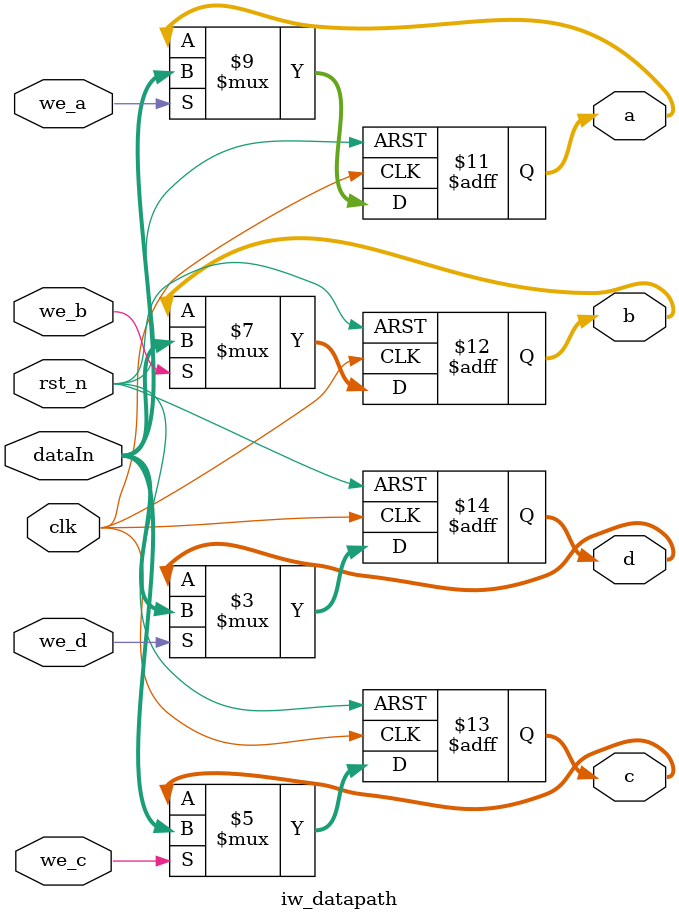
<source format=sv>
module iw_datapath (
    input  logic        clk, rst_n,
    input  logic [15:0] dataIn,
    input  logic        we_a, we_b, we_c, we_d,
    output logic [15:0] a, b, c, d
);
always_ff @(posedge clk or negedge rst_n) begin
    if (!rst_n) begin a<='0; b<='0; c<='0; d<='0; end
    else begin
        if (we_a) a <= dataIn;
        if (we_b) b <= dataIn;
        if (we_c) c <= dataIn;
        if (we_d) d <= dataIn;
    end
end
endmodule

</source>
